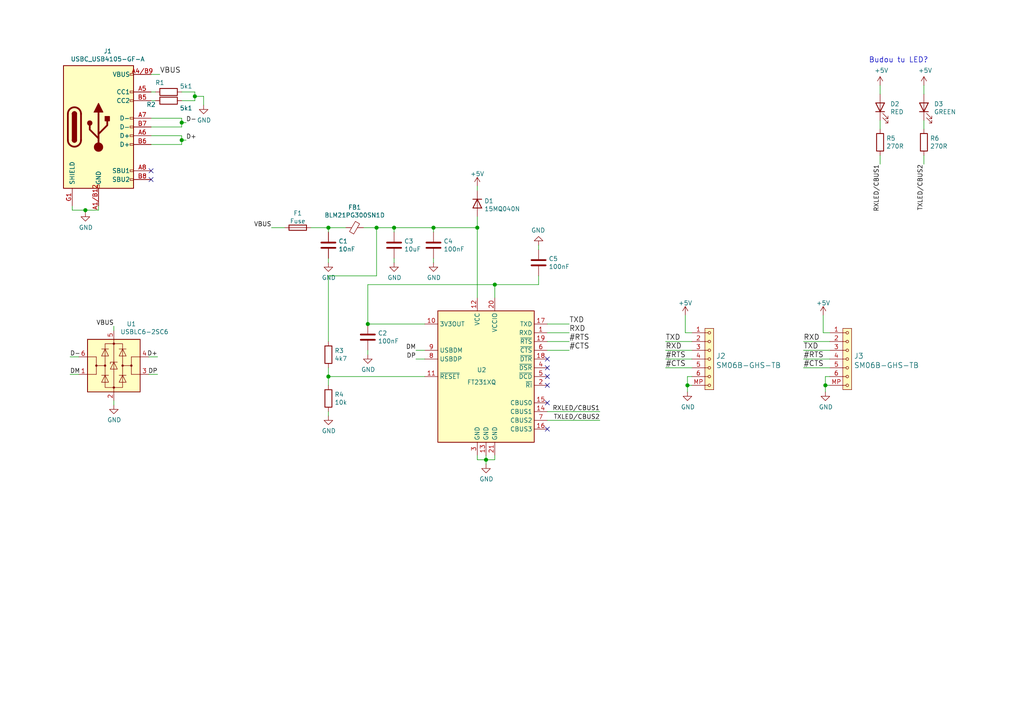
<source format=kicad_sch>
(kicad_sch (version 20210406) (generator eeschema)
  (paper "A4")
  (title_block (title "NAME") (date "%F") (rev "REV") (company "Mlab www.mlab.cz") (comment 1 "VERSION") (comment 2 "Short description \\nTwo lines are maximum") (comment 3 "nickname <email@example.com>") (comment 4 "BSD"))
  (lib_symbols
    (symbol "Device:C" (pin_numbers hide) (pin_names (offset 0.254))
      (property "Reference" "C" (at 0.635 2.54 0))
      (property "Value" "C" (at 0.635 -2.54 0))
      (symbol "C_0_1"
        (polyline (pts (xy -2.032 -0.762) (xy 2.032 -0.762)) (stroke (width 0.508)))
        (polyline (pts (xy -2.032 0.762) (xy 2.032 0.762)) (stroke (width 0.508)))
      )
      (symbol "C_1_1"
        (pin passive line (at 0 3.81 270) (length 2.794) (name "~") (number "1"))
        (pin passive line (at 0 -3.81 90) (length 2.794) (name "~") (number "2"))
      )
    )
    (symbol "Device:D" (pin_numbers hide) (pin_names (offset 1.016) hide)
      (property "Reference" "D" (at 0 2.54 0))
      (property "Value" "D" (at 0 -2.54 0))
      (symbol "D_0_1"
        (polyline (pts (xy -1.27 1.27) (xy -1.27 -1.27)) (stroke (width 0.254)))
        (polyline (pts (xy 1.27 0) (xy -1.27 0)))
        (polyline (pts (xy 1.27 1.27) (xy 1.27 -1.27) (xy -1.27 0) (xy 1.27 1.27)) (stroke (width 0.254)))
      )
      (symbol "D_1_1"
        (pin passive line (at -3.81 0 0) (length 2.54) (name "K") (number "1"))
        (pin passive line (at 3.81 0 180) (length 2.54) (name "A") (number "2"))
      )
    )
    (symbol "Device:FerriteBead_Small" (pin_numbers hide) (pin_names (offset 0))
      (property "Reference" "FB" (at 1.905 1.27 0))
      (property "Value" "FerriteBead_Small" (at 1.905 -1.27 0))
      (symbol "FerriteBead_Small_0_1"
        (polyline (pts (xy 0 -1.27) (xy 0 -0.7874)))
        (polyline (pts (xy 0 0.889) (xy 0 1.2954)))
        (polyline (pts (xy -1.8288 0.2794) (xy -1.1176 1.4986) (xy 1.8288 -0.2032) (xy 1.1176 -1.4224) (xy -1.8288 0.2794)))
      )
      (symbol "FerriteBead_Small_1_1"
        (pin passive line (at 0 2.54 270) (length 1.27) (name "~") (number "1"))
        (pin passive line (at 0 -2.54 90) (length 1.27) (name "~") (number "2"))
      )
    )
    (symbol "Device:Fuse" (pin_numbers hide) (pin_names (offset 0))
      (property "Reference" "F" (at 2.032 0 90))
      (property "Value" "Fuse" (at -1.905 0 90))
      (symbol "Fuse_0_1"
        (rectangle (start -0.762 -2.54) (end 0.762 2.54) (stroke (width 0.254)))
        (polyline (pts (xy 0 2.54) (xy 0 -2.54)))
      )
      (symbol "Fuse_1_1"
        (pin passive line (at 0 3.81 270) (length 1.27) (name "~") (number "1"))
        (pin passive line (at 0 -3.81 90) (length 1.27) (name "~") (number "2"))
      )
    )
    (symbol "Device:LED" (pin_numbers hide) (pin_names (offset 1.016) hide)
      (property "Reference" "D" (at 0 2.54 0))
      (property "Value" "LED" (at 0 -2.54 0))
      (symbol "LED_0_1"
        (polyline (pts (xy -1.27 -1.27) (xy -1.27 1.27)) (stroke (width 0.254)))
        (polyline (pts (xy -1.27 0) (xy 1.27 0)))
        (polyline (pts (xy 1.27 -1.27) (xy 1.27 1.27) (xy -1.27 0) (xy 1.27 -1.27)) (stroke (width 0.254)))
        (polyline (pts (xy -3.048 -0.762) (xy -4.572 -2.286) (xy -3.81 -2.286) (xy -4.572 -2.286) (xy -4.572 -1.524)))
        (polyline (pts (xy -1.778 -0.762) (xy -3.302 -2.286) (xy -2.54 -2.286) (xy -3.302 -2.286) (xy -3.302 -1.524)))
      )
      (symbol "LED_1_1"
        (pin passive line (at -3.81 0 0) (length 2.54) (name "K") (number "1"))
        (pin passive line (at 3.81 0 180) (length 2.54) (name "A") (number "2"))
      )
    )
    (symbol "Device:R" (pin_numbers hide) (pin_names (offset 0))
      (property "Reference" "R" (at 2.032 0 90))
      (property "Value" "R" (at 0 0 90))
      (symbol "R_0_1"
        (rectangle (start -1.016 -2.54) (end 1.016 2.54) (stroke (width 0.254)))
      )
      (symbol "R_1_1"
        (pin passive line (at 0 3.81 270) (length 1.27) (name "~") (number "1"))
        (pin passive line (at 0 -3.81 90) (length 1.27) (name "~") (number "2"))
      )
    )
    (symbol "Interface_USB:FT231XQ"
      (property "Reference" "U" (at -13.97 20.32 0))
      (property "Value" "FT231XQ" (at 6.35 20.32 0))
      (symbol "FT231XQ_0_1"
        (rectangle (start -13.97 19.05) (end 13.97 -19.05) (stroke (width 0.254)) (fill (type background)))
      )
      (symbol "FT231XQ_1_1"
        (pin input line (at 17.78 12.7 180) (length 3.81) (name "RXD") (number "1"))
        (pin power_out line (at -17.78 15.24 0) (length 3.81) (name "3V3OUT") (number "10"))
        (pin input line (at -17.78 0 0) (length 3.81) (name "~RESET") (number "11"))
        (pin power_in line (at -2.54 22.86 270) (length 3.81) (name "VCC") (number "12"))
        (pin power_in line (at 0 -22.86 90) (length 3.81) (name "GND") (number "13"))
        (pin bidirectional line (at 17.78 -10.16 180) (length 3.81) (name "CBUS1") (number "14"))
        (pin bidirectional line (at 17.78 -7.62 180) (length 3.81) (name "CBUS0") (number "15"))
        (pin bidirectional line (at 17.78 -15.24 180) (length 3.81) (name "CBUS3") (number "16"))
        (pin output line (at 17.78 15.24 180) (length 3.81) (name "TXD") (number "17"))
        (pin output line (at 17.78 5.08 180) (length 3.81) (name "~DTR") (number "18"))
        (pin output line (at 17.78 10.16 180) (length 3.81) (name "~RTS") (number "19"))
        (pin input line (at 17.78 -2.54 180) (length 3.81) (name "~RI") (number "2"))
        (pin power_in line (at 2.54 22.86 270) (length 3.81) (name "VCCIO") (number "20"))
        (pin power_in line (at 2.54 -22.86 90) (length 3.81) (name "GND") (number "21"))
        (pin power_in line (at -2.54 -22.86 90) (length 3.81) (name "GND") (number "3"))
        (pin input line (at 17.78 2.54 180) (length 3.81) (name "~DSR") (number "4"))
        (pin input line (at 17.78 0 180) (length 3.81) (name "~DCD") (number "5"))
        (pin input line (at 17.78 7.62 180) (length 3.81) (name "~CTS") (number "6"))
        (pin bidirectional line (at 17.78 -12.7 180) (length 3.81) (name "CBUS2") (number "7"))
        (pin bidirectional line (at -17.78 5.08 0) (length 3.81) (name "USBDP") (number "8"))
        (pin bidirectional line (at -17.78 7.62 0) (length 3.81) (name "USBDM") (number "9"))
      )
    )
    (symbol "MLAB_CONNECTORS:USBC_USB4105-GF-A" (pin_names (offset 1.016))
      (property "Reference" "J" (at -10.16 19.05 0))
      (property "Value" "USBC_USB4105-GF-A" (at 19.05 19.05 0))
      (symbol "USBC_USB4105-GF-A_0_0"
        (rectangle (start -0.254 -17.78) (end 0.254 -16.764))
        (rectangle (start 10.16 -14.986) (end 9.144 -15.494))
        (rectangle (start 10.16 -12.446) (end 9.144 -12.954))
        (rectangle (start 10.16 -4.826) (end 9.144 -5.334))
        (rectangle (start 10.16 -2.286) (end 9.144 -2.794))
        (rectangle (start 10.16 0.254) (end 9.144 -0.254))
        (rectangle (start 10.16 2.794) (end 9.144 2.286))
        (rectangle (start 10.16 7.874) (end 9.144 7.366))
        (rectangle (start 10.16 10.414) (end 9.144 9.906))
        (rectangle (start 10.16 15.494) (end 9.144 14.986))
      )
      (symbol "USBC_USB4105-GF-A_0_1"
        (arc (start -8.89 -3.81) (end -5.08 -3.81) (radius (at -6.985 -3.81) (length 1.905) (angles -179.9 -0.1)) (stroke (width 0.508)))
        (arc (start -7.62 -3.81) (end -6.35 -3.81) (radius (at -6.985 -3.81) (length 0.635) (angles -179.9 -0.1)) (stroke (width 0.254)))
        (arc (start -6.35 3.81) (end -7.62 3.81) (radius (at -6.985 3.81) (length 0.635) (angles 0.1 179.9)) (stroke (width 0.254)))
        (arc (start -5.08 3.81) (end -8.89 3.81) (radius (at -6.985 3.81) (length 1.905) (angles 0.1 179.9)) (stroke (width 0.508)))
        (arc (start -7.62 -3.81) (end -6.35 -3.81) (radius (at -6.985 -3.81) (length 0.635) (angles -179.9 -0.1)) (stroke (width 0.254)) (fill (type outline)))
        (arc (start -6.35 3.81) (end -7.62 3.81) (radius (at -6.985 3.81) (length 0.635) (angles 0.1 179.9)) (stroke (width 0.254)) (fill (type outline)))
        (circle (center -2.54 1.143) (radius 0.635) (stroke (width 0.254)) (fill (type outline)))
        (circle (center 0 -5.842) (radius 1.27) (fill (type outline)))
        (rectangle (start -7.62 -3.81) (end -6.35 3.81) (stroke (width 0.254)) (fill (type outline)))
        (rectangle (start 1.905 1.778) (end 3.175 3.048) (stroke (width 0.254)) (fill (type outline)))
        (rectangle (start -10.16 17.78) (end 10.16 -17.78) (stroke (width 0.254)) (fill (type background)))
        (polyline (pts (xy -8.89 -3.81) (xy -8.89 3.81)) (stroke (width 0.508)))
        (polyline (pts (xy -5.08 3.81) (xy -5.08 -3.81)) (stroke (width 0.508)))
        (polyline (pts (xy 0 -5.842) (xy 0 4.318)) (stroke (width 0.508)))
        (polyline (pts (xy 0 -3.302) (xy -2.54 -0.762) (xy -2.54 0.508)) (stroke (width 0.508)))
        (polyline (pts (xy 0 -2.032) (xy 2.54 0.508) (xy 2.54 1.778)) (stroke (width 0.508)))
        (polyline (pts (xy -1.27 4.318) (xy 0 6.858) (xy 1.27 4.318) (xy -1.27 4.318)) (stroke (width 0.254)) (fill (type outline)))
      )
      (symbol "USBC_USB4105-GF-A_1_1"
        (pin passive line (at 0 -22.86 90) (length 5.08) (name "GND") (number "A1/B12"))
        (pin passive line (at 15.24 15.24 180) (length 5.08) (name "VBUS") (number "A4/B9"))
        (pin bidirectional line (at 15.24 10.16 180) (length 5.08) (name "CC1") (number "A5"))
        (pin bidirectional line (at 15.24 -2.54 180) (length 5.08) (name "D+") (number "A6"))
        (pin bidirectional line (at 15.24 2.54 180) (length 5.08) (name "D-") (number "A7"))
        (pin bidirectional line (at 15.24 -12.7 180) (length 5.08) (name "SBU1") (number "A8"))
        (pin passive line (at 0 -22.86 90) (length 5.08) hide (name "GND") (number "B1/A12"))
        (pin passive line (at 15.24 15.24 180) (length 5.08) hide (name "VBUS") (number "B4/A9"))
        (pin bidirectional line (at 15.24 7.62 180) (length 5.08) (name "CC2") (number "B5"))
        (pin bidirectional line (at 15.24 -5.08 180) (length 5.08) (name "D+") (number "B6"))
        (pin bidirectional line (at 15.24 0 180) (length 5.08) (name "D-") (number "B7"))
        (pin bidirectional line (at 15.24 -15.24 180) (length 5.08) (name "SBU2") (number "B8"))
        (pin passive line (at -7.62 -22.86 90) (length 5.08) (name "SHIELD") (number "G1"))
        (pin passive line (at -7.62 -22.86 90) (length 5.08) hide (name "SHIELD") (number "G2"))
        (pin passive line (at -7.62 -22.86 90) (length 5.08) hide (name "SHIELD") (number "G3"))
        (pin passive line (at -7.62 -22.86 90) (length 5.08) hide (name "SHIELD") (number "G4"))
      )
    )
    (symbol "MLAB_CONNECTORS_JST:SM06B-GHS-TB" (pin_names (offset 1.016))
      (property "Reference" "J" (at 0 -10.16 0))
      (property "Value" "SM06B-GHS-TB" (at 0 10.16 0))
      (symbol "SM06B-GHS-TB_0_1"
        (circle (center 0 -7.62) (radius 0.381))
        (circle (center 0 -5.08) (radius 0.381))
        (circle (center 0 -2.54) (radius 0.381))
        (circle (center 0 0) (radius 0.381))
        (circle (center 0 2.54) (radius 0.381))
        (circle (center 0 5.08) (radius 0.381))
        (circle (center 0 7.62) (radius 0.381))
        (rectangle (start -1.27 8.89) (end 1.27 -8.89) (fill (type background)))
        (polyline (pts (xy -1.27 -7.62) (xy -0.381 -7.62)))
        (polyline (pts (xy -1.27 -5.08) (xy -0.381 -5.08)))
        (polyline (pts (xy -1.27 -2.54) (xy -0.381 -2.54)))
        (polyline (pts (xy -1.27 0) (xy -0.381 0)))
        (polyline (pts (xy -1.27 2.54) (xy -0.381 2.54)))
        (polyline (pts (xy -1.27 5.08) (xy -0.381 5.08)))
        (polyline (pts (xy -1.27 7.62) (xy -0.381 7.62)))
      )
      (symbol "SM06B-GHS-TB_1_1"
        (pin input line (at -5.08 7.62 0) (length 3.81) (name "~") (number "1"))
        (pin input line (at -5.08 5.08 0) (length 3.81) (name "~") (number "2"))
        (pin input line (at -5.08 2.54 0) (length 3.81) (name "~") (number "3"))
        (pin input line (at -5.08 0 0) (length 3.81) (name "~") (number "4"))
        (pin input line (at -5.08 -2.54 0) (length 3.81) (name "~") (number "5"))
        (pin input line (at -5.08 -5.08 0) (length 3.81) (name "~") (number "6"))
        (pin input line (at -5.08 -7.62 0) (length 3.81) (name "~") (number "MP"))
      )
    )
    (symbol "Power_Protection:USBLC6-2SC6" (pin_names hide)
      (property "Reference" "U" (at 2.54 8.89 0))
      (property "Value" "USBLC6-2SC6" (at 2.54 -8.89 0))
      (symbol "USBLC6-2SC6_0_1"
        (circle (center -5.08 0) (radius 0.254) (fill (type outline)))
        (circle (center -2.54 0) (radius 0.254) (fill (type outline)))
        (circle (center 0 -6.35) (radius 0.254) (fill (type outline)))
        (circle (center 0 6.35) (radius 0.254) (fill (type outline)))
        (circle (center 2.54 0) (radius 0.254) (fill (type outline)))
        (circle (center 5.08 0) (radius 0.254) (fill (type outline)))
        (rectangle (start -2.54 6.35) (end 2.54 -6.35))
        (rectangle (start -7.62 -7.62) (end 7.62 7.62) (stroke (width 0.254)) (fill (type background)))
        (polyline (pts (xy -5.08 -2.54) (xy -7.62 -2.54)))
        (polyline (pts (xy -5.08 0) (xy -5.08 -2.54)))
        (polyline (pts (xy -5.08 2.54) (xy -7.62 2.54)))
        (polyline (pts (xy -1.524 -2.794) (xy -3.556 -2.794)))
        (polyline (pts (xy -1.524 4.826) (xy -3.556 4.826)))
        (polyline (pts (xy 0 -7.62) (xy 0 -6.35)))
        (polyline (pts (xy 0 -6.35) (xy 0 1.27)))
        (polyline (pts (xy 0 1.27) (xy 0 6.35)))
        (polyline (pts (xy 0 6.35) (xy 0 7.62)))
        (polyline (pts (xy 1.524 -2.794) (xy 3.556 -2.794)))
        (polyline (pts (xy 1.524 4.826) (xy 3.556 4.826)))
        (polyline (pts (xy 5.08 -2.54) (xy 7.62 -2.54)))
        (polyline (pts (xy 5.08 0) (xy 5.08 -2.54)))
        (polyline (pts (xy 5.08 2.54) (xy 7.62 2.54)))
        (polyline (pts (xy -2.54 0) (xy -5.08 0) (xy -5.08 2.54)))
        (polyline (pts (xy 2.54 0) (xy 5.08 0) (xy 5.08 2.54)))
        (polyline (pts (xy -3.556 -4.826) (xy -1.524 -4.826) (xy -2.54 -2.794) (xy -3.556 -4.826)))
        (polyline (pts (xy -3.556 2.794) (xy -1.524 2.794) (xy -2.54 4.826) (xy -3.556 2.794)))
        (polyline (pts (xy -1.016 -1.016) (xy 1.016 -1.016) (xy 0 1.016) (xy -1.016 -1.016)))
        (polyline (pts (xy 1.016 1.016) (xy 0.762 1.016) (xy -1.016 1.016) (xy -1.016 0.508)))
        (polyline (pts (xy 3.556 -4.826) (xy 1.524 -4.826) (xy 2.54 -2.794) (xy 3.556 -4.826)))
        (polyline (pts (xy 3.556 2.794) (xy 1.524 2.794) (xy 2.54 4.826) (xy 3.556 2.794)))
      )
      (symbol "USBLC6-2SC6_1_1"
        (pin passive line (at -10.16 -2.54 0) (length 2.54) (name "I/O1") (number "1"))
        (pin passive line (at 0 -10.16 90) (length 2.54) (name "GND") (number "2"))
        (pin passive line (at 10.16 -2.54 180) (length 2.54) (name "I/O2") (number "3"))
        (pin passive line (at 10.16 2.54 180) (length 2.54) (name "I/O2") (number "4"))
        (pin passive line (at 0 10.16 270) (length 2.54) (name "VBUS") (number "5"))
        (pin passive line (at -10.16 2.54 0) (length 2.54) (name "I/O1") (number "6"))
      )
    )
    (symbol "power:+5V" (power) (pin_names (offset 0))
      (property "Value" "+5V" (at 0 3.556 0))
      (symbol "+5V_0_1"
        (polyline (pts (xy -0.762 1.27) (xy 0 2.54)))
        (polyline (pts (xy 0 0) (xy 0 2.54)))
        (polyline (pts (xy 0 2.54) (xy 0.762 1.27)))
      )
      (symbol "+5V_1_1"
        (pin power_in line (at 0 0 90) (length 0) hide (name "+5V") (number "1"))
      )
    )
    (symbol "power:GND" (power) (pin_names (offset 0))
      (property "Value" "GND" (at 0 -3.81 0))
      (symbol "GND_0_1"
        (polyline (pts (xy 0 0) (xy 0 -1.27) (xy 1.27 -1.27) (xy 0 -2.54) (xy -1.27 -1.27) (xy 0 -1.27)))
      )
      (symbol "GND_1_1"
        (pin power_in line (at 0 0 270) (length 0) hide (name "GND") (number "1"))
      )
    )
  )
  (junction (at 24.765 60.96) (diameter 1.016))
  (junction (at 52.705 35.56) (diameter 1.016))
  (junction (at 52.705 40.64) (diameter 1.016))
  (junction (at 56.515 27.94) (diameter 1.016))
  (junction (at 95.25 66.04) (diameter 1.016))
  (junction (at 95.25 109.22) (diameter 1.016))
  (junction (at 106.68 93.98) (diameter 1.016))
  (junction (at 109.22 66.04) (diameter 1.016))
  (junction (at 114.3 66.04) (diameter 1.016))
  (junction (at 125.73 66.04) (diameter 1.016))
  (junction (at 138.43 66.04) (diameter 1.016))
  (junction (at 140.97 133.35) (diameter 1.016))
  (junction (at 143.51 82.55) (diameter 1.016))
  (junction (at 199.39 111.76) (diameter 1.016))
  (junction (at 239.395 111.76) (diameter 1.016))
  (no_connect (at 43.815 49.53))
  (no_connect (at 43.815 52.07))
  (no_connect (at 158.75 104.14))
  (no_connect (at 158.75 106.68))
  (no_connect (at 158.75 109.22))
  (no_connect (at 158.75 111.76))
  (no_connect (at 158.75 116.84))
  (no_connect (at 158.75 124.46))
  (wire (pts (xy 20.32 103.505) (xy 22.86 103.505)))
  (wire (pts (xy 20.32 108.585) (xy 22.86 108.585)))
  (wire (pts (xy 20.955 59.69) (xy 20.955 60.96)))
  (wire (pts (xy 20.955 60.96) (xy 24.765 60.96)))
  (wire (pts (xy 24.765 60.96) (xy 24.765 61.595)))
  (wire (pts (xy 24.765 60.96) (xy 28.575 60.96)))
  (wire (pts (xy 28.575 60.96) (xy 28.575 59.69)))
  (wire (pts (xy 33.02 94.615) (xy 33.02 95.885)))
  (wire (pts (xy 33.02 116.205) (xy 33.02 117.475)))
  (wire (pts (xy 43.18 103.505) (xy 45.72 103.505)))
  (wire (pts (xy 43.18 108.585) (xy 45.72 108.585)))
  (wire (pts (xy 43.815 21.59) (xy 46.355 21.59)))
  (wire (pts (xy 43.815 26.67) (xy 45.085 26.67)))
  (wire (pts (xy 43.815 29.21) (xy 45.085 29.21)))
  (wire (pts (xy 43.815 34.29) (xy 52.705 34.29)))
  (wire (pts (xy 43.815 36.83) (xy 52.705 36.83)))
  (wire (pts (xy 43.815 39.37) (xy 52.705 39.37)))
  (wire (pts (xy 43.815 41.91) (xy 52.705 41.91)))
  (wire (pts (xy 52.705 26.67) (xy 56.515 26.67)))
  (wire (pts (xy 52.705 29.21) (xy 56.515 29.21)))
  (wire (pts (xy 52.705 34.29) (xy 52.705 35.56)))
  (wire (pts (xy 52.705 35.56) (xy 52.705 36.83)))
  (wire (pts (xy 52.705 35.56) (xy 53.975 35.56)))
  (wire (pts (xy 52.705 39.37) (xy 52.705 40.64)))
  (wire (pts (xy 52.705 40.64) (xy 52.705 41.91)))
  (wire (pts (xy 52.705 40.64) (xy 53.975 40.64)))
  (wire (pts (xy 56.515 26.67) (xy 56.515 27.94)))
  (wire (pts (xy 56.515 27.94) (xy 56.515 29.21)))
  (wire (pts (xy 56.515 27.94) (xy 59.055 27.94)))
  (wire (pts (xy 59.055 27.94) (xy 59.055 30.48)))
  (wire (pts (xy 78.74 66.04) (xy 82.55 66.04)))
  (wire (pts (xy 90.17 66.04) (xy 95.25 66.04)))
  (wire (pts (xy 95.25 66.04) (xy 95.25 67.31)))
  (wire (pts (xy 95.25 66.04) (xy 100.33 66.04)))
  (wire (pts (xy 95.25 74.93) (xy 95.25 76.2)))
  (wire (pts (xy 95.25 80.01) (xy 95.25 99.06)))
  (wire (pts (xy 95.25 106.68) (xy 95.25 109.22)))
  (wire (pts (xy 95.25 109.22) (xy 95.25 111.76)))
  (wire (pts (xy 95.25 109.22) (xy 123.19 109.22)))
  (wire (pts (xy 95.25 119.38) (xy 95.25 120.65)))
  (wire (pts (xy 105.41 66.04) (xy 109.22 66.04)))
  (wire (pts (xy 106.68 82.55) (xy 106.68 93.98)))
  (wire (pts (xy 106.68 82.55) (xy 143.51 82.55)))
  (wire (pts (xy 106.68 93.98) (xy 123.19 93.98)))
  (wire (pts (xy 106.68 101.6) (xy 106.68 102.87)))
  (wire (pts (xy 109.22 66.04) (xy 109.22 80.01)))
  (wire (pts (xy 109.22 66.04) (xy 114.3 66.04)))
  (wire (pts (xy 109.22 80.01) (xy 95.25 80.01)))
  (wire (pts (xy 114.3 66.04) (xy 114.3 67.31)))
  (wire (pts (xy 114.3 66.04) (xy 125.73 66.04)))
  (wire (pts (xy 114.3 74.93) (xy 114.3 76.2)))
  (wire (pts (xy 120.65 101.6) (xy 123.19 101.6)))
  (wire (pts (xy 120.65 104.14) (xy 123.19 104.14)))
  (wire (pts (xy 125.73 66.04) (xy 125.73 67.31)))
  (wire (pts (xy 125.73 66.04) (xy 138.43 66.04)))
  (wire (pts (xy 125.73 74.93) (xy 125.73 76.2)))
  (wire (pts (xy 138.43 53.975) (xy 138.43 55.245)))
  (wire (pts (xy 138.43 62.865) (xy 138.43 66.04)))
  (wire (pts (xy 138.43 66.04) (xy 138.43 86.36)))
  (wire (pts (xy 138.43 132.08) (xy 138.43 133.35)))
  (wire (pts (xy 138.43 133.35) (xy 140.97 133.35)))
  (wire (pts (xy 140.97 132.08) (xy 140.97 133.35)))
  (wire (pts (xy 140.97 133.35) (xy 140.97 134.62)))
  (wire (pts (xy 140.97 133.35) (xy 143.51 133.35)))
  (wire (pts (xy 143.51 82.55) (xy 143.51 86.36)))
  (wire (pts (xy 143.51 82.55) (xy 156.21 82.55)))
  (wire (pts (xy 143.51 133.35) (xy 143.51 132.08)))
  (wire (pts (xy 156.21 71.12) (xy 156.21 72.39)))
  (wire (pts (xy 156.21 80.01) (xy 156.21 82.55)))
  (wire (pts (xy 158.75 93.98) (xy 165.1 93.98)))
  (wire (pts (xy 158.75 96.52) (xy 165.1 96.52)))
  (wire (pts (xy 158.75 99.06) (xy 165.1 99.06)))
  (wire (pts (xy 158.75 101.6) (xy 165.1 101.6)))
  (wire (pts (xy 158.75 119.38) (xy 173.99 119.38)))
  (wire (pts (xy 158.75 121.92) (xy 173.99 121.92)))
  (wire (pts (xy 193.04 99.06) (xy 200.66 99.06)))
  (wire (pts (xy 193.04 101.6) (xy 200.66 101.6)))
  (wire (pts (xy 193.04 104.14) (xy 200.66 104.14)))
  (wire (pts (xy 193.04 106.68) (xy 200.66 106.68)))
  (wire (pts (xy 198.755 91.44) (xy 198.755 96.52)))
  (wire (pts (xy 199.39 109.22) (xy 199.39 111.76)))
  (wire (pts (xy 199.39 111.76) (xy 199.39 113.665)))
  (wire (pts (xy 200.66 96.52) (xy 198.755 96.52)))
  (wire (pts (xy 200.66 109.22) (xy 199.39 109.22)))
  (wire (pts (xy 200.66 111.76) (xy 199.39 111.76)))
  (wire (pts (xy 233.045 99.06) (xy 240.665 99.06)))
  (wire (pts (xy 233.045 101.6) (xy 240.665 101.6)))
  (wire (pts (xy 233.045 104.14) (xy 240.665 104.14)))
  (wire (pts (xy 233.045 106.68) (xy 240.665 106.68)))
  (wire (pts (xy 238.76 91.44) (xy 238.76 96.52)))
  (wire (pts (xy 239.395 109.22) (xy 239.395 111.76)))
  (wire (pts (xy 239.395 111.76) (xy 239.395 113.665)))
  (wire (pts (xy 240.665 96.52) (xy 238.76 96.52)))
  (wire (pts (xy 240.665 109.22) (xy 239.395 109.22)))
  (wire (pts (xy 240.665 111.76) (xy 239.395 111.76)))
  (wire (pts (xy 255.27 24.765) (xy 255.27 27.305)))
  (wire (pts (xy 255.27 34.925) (xy 255.27 37.465)))
  (wire (pts (xy 255.27 45.085) (xy 255.27 47.625)))
  (wire (pts (xy 267.97 24.765) (xy 267.97 27.305)))
  (wire (pts (xy 267.97 34.925) (xy 267.97 37.465)))
  (wire (pts (xy 267.97 45.085) (xy 267.97 47.625)))
  (text "Budou tu LED?" (at 269.24 18.415 180) (effects (font (size 1.524 1.524)) (justify right bottom)))
  (label "D-" (at 20.32 103.505 0))
  (label "DM" (at 20.32 108.585 0))
  (label "VBUS" (at 33.02 94.615 180))
  (label "D+" (at 45.72 103.505 180))
  (label "DP" (at 45.72 108.585 180))
  (label "VBUS" (at 46.355 21.59 0) (effects (font (size 1.524 1.524))))
  (label "D-" (at 53.975 35.56 0))
  (label "D+" (at 53.975 40.64 0))
  (label "VBUS" (at 78.74 66.04 180))
  (label "DM" (at 120.65 101.6 180))
  (label "DP" (at 120.65 104.14 180))
  (label "TXD" (at 165.1 93.98 0) (effects (font (size 1.524 1.524))))
  (label "RXD" (at 165.1 96.52 0) (effects (font (size 1.524 1.524))))
  (label "#RTS" (at 165.1 99.06 0) (effects (font (size 1.524 1.524))))
  (label "#CTS" (at 165.1 101.6 0) (effects (font (size 1.524 1.524))))
  (label "RXLED{slash}CBUS1" (at 173.99 119.38 180))
  (label "TXLED{slash}CBUS2" (at 173.99 121.92 180))
  (label "TXD" (at 193.04 99.06 0) (effects (font (size 1.524 1.524))))
  (label "RXD" (at 193.04 101.6 0) (effects (font (size 1.524 1.524))))
  (label "#RTS" (at 193.04 104.14 0) (effects (font (size 1.524 1.524))))
  (label "#CTS" (at 193.04 106.68 0) (effects (font (size 1.524 1.524))))
  (label "RXD" (at 233.045 99.06 0) (effects (font (size 1.524 1.524))))
  (label "TXD" (at 233.045 101.6 0) (effects (font (size 1.524 1.524))))
  (label "#RTS" (at 233.045 104.14 0) (effects (font (size 1.524 1.524))))
  (label "#CTS" (at 233.045 106.68 0) (effects (font (size 1.524 1.524))))
  (label "RXLED{slash}CBUS1" (at 255.27 47.625 270))
  (label "TXLED{slash}CBUS2" (at 267.97 47.625 270))
  (symbol (lib_id "power:+5V") (at 138.43 53.975 0) (unit 1)
    (property "Reference" "#PWR0105" (effects hide))
    (property "Value" "+5V" (at 138.43 50.4276 0))
  )
  (symbol (lib_id "power:+5V") (at 198.755 91.44 0) (unit 1)
    (property "Reference" "#PWR0115" (effects hide))
    (property "Value" "+5V" (at 198.755 87.8926 0))
  )
  (symbol (lib_id "power:+5V") (at 238.76 91.44 0) (unit 1)
    (property "Reference" "#PWR0106" (effects hide))
    (property "Value" "+5V" (at 238.76 87.8926 0))
  )
  (symbol (lib_id "power:+5V") (at 255.27 24.765 0) (unit 1)
    (property "Reference" "#PWR0108" (effects hide))
    (property "Value" "+5V" (at 255.6383 20.4406 0))
  )
  (symbol (lib_id "power:+5V") (at 267.97 24.765 0) (unit 1)
    (property "Reference" "#PWR0107" (effects hide))
    (property "Value" "+5V" (at 268.3383 20.4406 0))
  )
  (symbol (lib_id "power:GND") (at 24.765 61.595 0) (unit 1)
    (property "Reference" "#PWR0110" (effects hide))
    (property "Value" "GND" (at 24.892 65.9892 0))
  )
  (symbol (lib_id "power:GND") (at 33.02 117.475 0) (unit 1)
    (property "Reference" "#PWR0102" (effects hide))
    (property "Value" "GND" (at 33.1343 121.7994 0))
  )
  (symbol (lib_id "power:GND") (at 59.055 30.48 0) (unit 1)
    (property "Reference" "#PWR0111" (effects hide))
    (property "Value" "GND" (at 59.182 34.8742 0))
  )
  (symbol (lib_id "power:GND") (at 95.25 76.2 0) (unit 1)
    (property "Reference" "#PWR0112" (effects hide))
    (property "Value" "GND" (at 95.3643 80.5244 0))
  )
  (symbol (lib_id "power:GND") (at 95.25 120.65 0) (unit 1)
    (property "Reference" "#PWR0117" (effects hide))
    (property "Value" "GND" (at 95.3643 124.9744 0))
  )
  (symbol (lib_id "power:GND") (at 106.68 102.87 0) (unit 1)
    (property "Reference" "#PWR0101" (effects hide))
    (property "Value" "GND" (at 106.7943 107.1944 0))
  )
  (symbol (lib_id "power:GND") (at 114.3 76.2 0) (unit 1)
    (property "Reference" "#PWR0104" (effects hide))
    (property "Value" "GND" (at 114.4143 80.5244 0))
  )
  (symbol (lib_id "power:GND") (at 125.73 76.2 0) (unit 1)
    (property "Reference" "#PWR0113" (effects hide))
    (property "Value" "GND" (at 125.8443 80.5244 0))
  )
  (symbol (lib_id "power:GND") (at 140.97 134.62 0) (unit 1)
    (property "Reference" "#PWR0116" (effects hide))
    (property "Value" "GND" (at 141.0843 138.9444 0))
  )
  (symbol (lib_id "power:GND") (at 156.21 71.12 180) (unit 1)
    (property "Reference" "#PWR0103" (effects hide))
    (property "Value" "GND" (at 156.0957 66.7956 0))
  )
  (symbol (lib_id "power:GND") (at 199.39 113.665 0) (unit 1)
    (property "Reference" "#PWR0114" (effects hide))
    (property "Value" "GND" (at 199.517 118.0592 0))
  )
  (symbol (lib_id "power:GND") (at 239.395 113.665 0) (unit 1)
    (property "Reference" "#PWR0109" (effects hide))
    (property "Value" "GND" (at 239.522 118.0592 0))
  )
  (symbol (lib_id "Device:Fuse") (at 86.36 66.04 90) (unit 1)
    (property "Reference" "F1" (at 86.36 61.8448 90))
    (property "Value" "Fuse" (at 86.36 64.1435 90))
    (property "Footprint" "Mlab_F:1812" (effects hide))
  )
  (symbol (lib_id "Device:R") (at 48.895 26.67 90) (unit 1)
    (property "Reference" "R1" (at 46.355 23.9838 90))
    (property "Value" "5k1" (at 53.975 25.012 90))
    (property "Footprint" "Resistor_SMD:R_0603_1608Metric" (effects hide))
    (property "UST_ID" "5fa0fc3e12875025b3977997" (effects hide))
  )
  (symbol (lib_id "Device:R") (at 48.895 29.21 90) (unit 1)
    (property "Reference" "R2" (at 43.815 30.3338 90))
    (property "Value" "5k1" (at 53.975 31.362 90))
    (property "Footprint" "Resistor_SMD:R_0603_1608Metric" (effects hide))
    (property "UST_ID" "5fa0fc3e12875025b3977997" (effects hide))
  )
  (symbol (lib_id "Device:R") (at 95.25 102.87 0) (unit 1)
    (property "Reference" "R3" (at 97.0281 101.7206 0) (effects (justify left)))
    (property "Value" "4k7" (at 97.028 104.019 0) (effects (justify left)))
    (property "Footprint" "Resistor_SMD:R_0603_1608Metric" (effects hide))
    (property "UST_ID" "5c70984612875079b91f8995" (effects hide))
  )
  (symbol (lib_id "Device:R") (at 95.25 115.57 0) (unit 1)
    (property "Reference" "R4" (at 97.0281 114.4206 0) (effects (justify left)))
    (property "Value" "10k" (at 97.028 116.719 0) (effects (justify left)))
    (property "Footprint" "Resistor_SMD:R_0603_1608Metric" (effects hide))
    (property "UST_ID" "5c70984612875079b91f899f" (effects hide))
  )
  (symbol (lib_id "Device:R") (at 255.27 41.275 0) (unit 1)
    (property "Reference" "R5" (at 257.0481 40.1256 0) (effects (justify left)))
    (property "Value" "270R" (at 257.048 42.424 0) (effects (justify left)))
    (property "Footprint" "Resistor_SMD:R_0603_1608Metric" (effects hide))
    (property "UST_ID" "5c70984512875079b91f8983" (effects hide))
  )
  (symbol (lib_id "Device:R") (at 267.97 41.275 0) (unit 1)
    (property "Reference" "R6" (at 269.7481 40.1256 0) (effects (justify left)))
    (property "Value" "270R" (at 269.748 42.424 0) (effects (justify left)))
    (property "Footprint" "Resistor_SMD:R_0603_1608Metric" (effects hide))
    (property "UST_ID" "5c70984512875079b91f8983" (effects hide))
  )
  (symbol (lib_id "Device:FerriteBead_Small") (at 102.87 66.04 90) (unit 1)
    (property "Reference" "FB1" (at 102.87 60.128 90))
    (property "Value" "BLM21PG300SN1D" (at 102.87 62.4267 90))
    (property "Footprint" "Inductor_SMD:L_0805_2012Metric" (effects hide))
    (property "UST_ID" "5c70984412875079b91f87fd" (effects hide))
  )
  (symbol (lib_id "Device:D") (at 138.43 59.055 270) (unit 1)
    (property "Reference" "D1" (at 140.4621 58.2941 90) (effects (justify left)))
    (property "Value" "15MQ040N" (at 140.4621 60.5928 90) (effects (justify left)))
    (property "Footprint" "Diode_SMD:D_SMA" (effects hide))
  )
  (symbol (lib_id "Device:LED") (at 255.27 31.115 90) (unit 1)
    (property "Reference" "D2" (at 258.1911 30.1561 90) (effects (justify right)))
    (property "Value" "RED" (at 258.191 32.455 90) (effects (justify right)))
    (property "Footprint" "LED_SMD:LED_0603_1608Metric_Castellated" (effects hide))
    (property "UST_ID" "5c70984412875079b91f8896" (effects hide))
  )
  (symbol (lib_id "Device:LED") (at 267.97 31.115 90) (unit 1)
    (property "Reference" "D3" (at 270.8911 30.1561 90) (effects (justify right)))
    (property "Value" "GREEN" (at 270.891 32.455 90) (effects (justify right)))
    (property "Footprint" "LED_SMD:LED_0603_1608Metric_Castellated" (effects hide))
    (property "UST_ID" "5c70984412875079b91f8895" (effects hide))
  )
  (symbol (lib_id "Device:C") (at 95.25 71.12 0) (unit 1)
    (property "Reference" "C1" (at 98.1711 69.9706 0) (effects (justify left)))
    (property "Value" "10nF" (at 98.171 72.269 0) (effects (justify left)))
    (property "Footprint" "Capacitor_SMD:C_0603_1608Metric" (effects hide))
    (property "UST_ID" "5c70984712875079b91f8b49" (effects hide))
  )
  (symbol (lib_id "Device:C") (at 106.68 97.79 0) (unit 1)
    (property "Reference" "C2" (at 109.6011 96.6406 0) (effects (justify left)))
    (property "Value" "100nF" (at 109.601 98.939 0) (effects (justify left)))
    (property "Footprint" "Capacitor_SMD:C_0603_1608Metric" (effects hide))
    (property "UST_ID" "5c70984712875079b91f8b4c" (effects hide))
  )
  (symbol (lib_id "Device:C") (at 114.3 71.12 0) (unit 1)
    (property "Reference" "C3" (at 117.2211 69.9706 0) (effects (justify left)))
    (property "Value" "10uF" (at 117.221 72.269 0) (effects (justify left)))
    (property "Footprint" "Capacitor_SMD:C_0603_1608Metric" (effects hide))
    (property "UST_ID" "5c70984812875079b91f8bbd" (effects hide))
  )
  (symbol (lib_id "Device:C") (at 125.73 71.12 0) (unit 1)
    (property "Reference" "C4" (at 128.6511 69.9706 0) (effects (justify left)))
    (property "Value" "100nF" (at 128.651 72.269 0) (effects (justify left)))
    (property "Footprint" "Capacitor_SMD:C_0603_1608Metric" (effects hide))
    (property "UST_ID" "5c70984712875079b91f8b4c" (effects hide))
  )
  (symbol (lib_id "Device:C") (at 156.21 76.2 0) (unit 1)
    (property "Reference" "C5" (at 159.1311 75.0506 0) (effects (justify left)))
    (property "Value" "100nF" (at 159.131 77.349 0) (effects (justify left)))
    (property "Footprint" "Capacitor_SMD:C_0603_1608Metric" (effects hide))
    (property "UST_ID" "5c70984712875079b91f8b4c" (effects hide))
  )
  (symbol (lib_id "MLAB_CONNECTORS_JST:SM06B-GHS-TB") (at 205.74 104.14 0) (unit 1)
    (property "Reference" "J2" (at 207.6451 103.2524 0) (effects (font (size 1.524 1.524)) (justify left)))
    (property "Value" "SM06B-GHS-TB" (at 207.6451 105.96 0) (effects (font (size 1.524 1.524)) (justify left)))
    (property "Footprint" "Connector_JST:JST_GH_SM06B-GHS-TB_1x06-1MP_P1.25mm_Horizontal" (effects hide))
  )
  (symbol (lib_id "MLAB_CONNECTORS_JST:SM06B-GHS-TB") (at 245.745 104.14 0) (unit 1)
    (property "Reference" "J3" (at 247.6501 103.2524 0) (effects (font (size 1.524 1.524)) (justify left)))
    (property "Value" "SM06B-GHS-TB" (at 247.6501 105.96 0) (effects (font (size 1.524 1.524)) (justify left)))
    (property "Footprint" "Connector_JST:JST_GH_SM06B-GHS-TB_1x06-1MP_P1.25mm_Horizontal" (effects hide))
  )
  (symbol (lib_id "Power_Protection:USBLC6-2SC6") (at 33.02 106.045 0) (unit 1)
    (property "Reference" "U1" (at 38.1 93.9608 0))
    (property "Value" "USBLC6-2SC6" (at 41.91 96.2595 0))
    (property "Footprint" "Package_TO_SOT_SMD:SOT-23-6" (effects hide))
    (property "Datasheet" "https://www.st.com/resource/en/datasheet/usblc6-2.pdf" (effects hide))
    (property "UST_ID" "5e82e0691287502a334a778c" (effects hide))
  )
  (symbol (lib_id "MLAB_CONNECTORS:USBC_USB4105-GF-A") (at 28.575 36.83 0) (unit 1)
    (property "Reference" "J1" (at 31.242 14.8398 0))
    (property "Value" "USBC_USB4105-GF-A" (at 31.242 17.1385 0))
    (property "Footprint" "Mlab_CON:USBC GCT_USB4105-GF-A" (effects hide))
    (property "UST_ID" "5fa0f94612875025b397795e" (effects hide))
  )
  (symbol (lib_id "Interface_USB:FT231XQ") (at 140.97 109.22 0) (unit 1)
    (property "Reference" "U2" (at 139.7 107.2958 0))
    (property "Value" "FT231XQ" (at 139.7 110.8645 0))
    (property "Footprint" "Package_DFN_QFN:QFN-20-1EP_4x4mm_P0.5mm_EP2.5x2.5mm" (effects hide))
    (property "Datasheet" "https://www.ftdichip.com/Support/Documents/DataSheets/ICs/DS_FT231X.pdf" (effects hide))
    (property "UST_ID" "605d7fe0128750769e769adb" (effects hide))
  )
)
</source>
